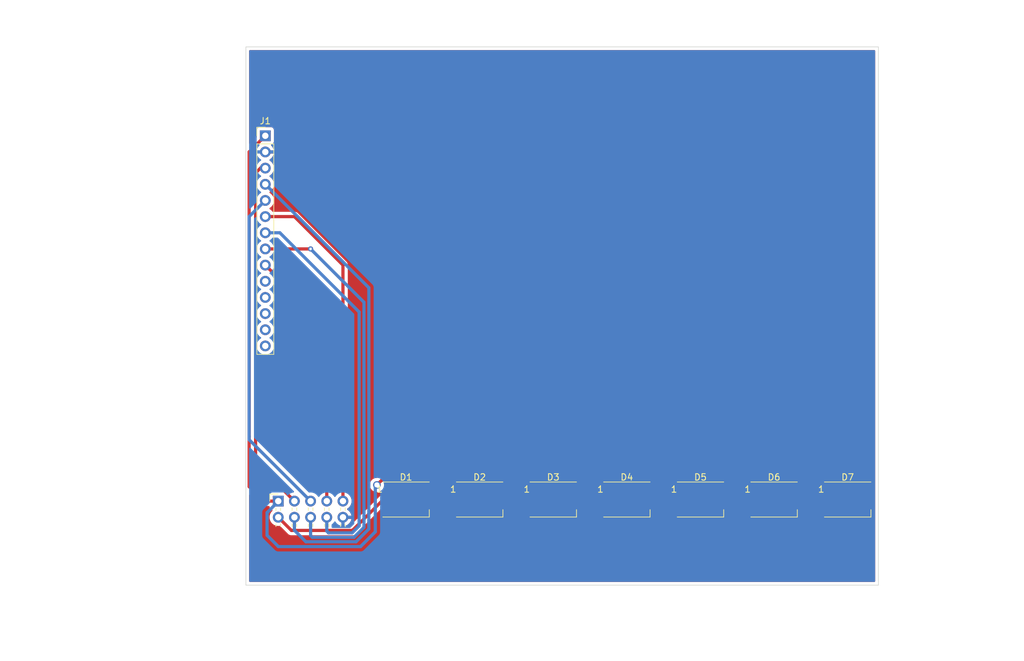
<source format=kicad_pcb>
(kicad_pcb (version 20211014) (generator pcbnew)
  (layers (0 "F.Cu" signal) (31 "B.Cu" signal) (34 "B.Paste" user) (35 "F.Paste" user) (36 "B.SilkS" user "B.Silkscreen") (37 "F.SilkS" user "F.Silkscreen") (38 "B.Mask" user) (39 "F.Mask" user) (44 "Edge.Cuts" user))
  (net 0 "")
  (net 1 "+5V")
  (net 2 "Net-(D1-Pad2)")
  (net 3 "GND")
  (net 4 "N_in")
  (net 5 "Net-(D2-Pad2)")
  (net 6 "Net-(D3-Pad2)")
  (net 7 "Net-(D4-Pad2)")
  (net 8 "Net-(D5-Pad2)")
  (net 9 "Net-(D6-Pad2)")
  (net 10 "N_out")
  (net 11 "CS")
  (net 12 "RESET")
  (net 13 "DC{slash}RS")
  (net 14 "MOSI")
  (net 15 "SCK")
  (net 16 "LED_back")
  (net 17 "MISO")
  (footprint "LED_SMD:LED_WS2812B_PLCC4_5.0x5.0mm_P3.2mm" (layer "F.Cu") (at 176.911 136.652)
    (fp_text reference "D4" (at 0 -3.5) (layer "F.SilkS"))
    (fp_text value "WS2812B")
    (fp_text user "1" (at -4.15 -1.6) (layer "F.SilkS"))
    (fp_line (start 3.65 2.75) (end 3.65 1.6) (layer "F.SilkS") (width 0.12))
    (fp_line (start -3.65 2.75) (end 3.65 2.75) (layer "F.SilkS") (width 0.12))
    (fp_line (start -3.65 -2.75) (end 3.65 -2.75) (layer "F.SilkS") (width 0.12))
    (pad "1" smd rect (at -2.45 -1.6) (size 1.5 1) (layers "F.Cu" "F.Paste" "F.Mask") (net 1 "+5V"))
    (pad "2" smd rect (at -2.45 1.6) (size 1.5 1) (layers "F.Cu" "F.Paste" "F.Mask") (net 7 "Net-(D4-Pad2)"))
    (pad "3" smd rect (at 2.45 1.6) (size 1.5 1) (layers "F.Cu" "F.Paste" "F.Mask") (net 3 "GND"))
    (pad "4" smd rect (at 2.45 -1.6) (size 1.5 1) (layers "F.Cu" "F.Paste" "F.Mask") (net 6 "Net-(D3-Pad2)"))
  )
  (footprint "Connector_PinHeader_2.54mm:PinHeader_1x14_P2.54mm_Vertical" (layer "F.Cu") (at 120.142 79.502)
    (fp_text reference "J1" (at 0 -2.33) (layer "F.SilkS"))
    (fp_text value "Conn_01x14_Female")
    (fp_line (start 1.33 1.27) (end 1.33 34.35) (layer "F.SilkS") (width 0.12))
    (fp_line (start -1.33 34.35) (end 1.33 34.35) (layer "F.SilkS") (width 0.12))
    (fp_line (start -1.33 1.27) (end 1.33 1.27) (layer "F.SilkS") (width 0.12))
    (fp_line (start -1.33 0) (end -1.33 -1.33) (layer "F.SilkS") (width 0.12))
    (fp_line (start -1.33 -1.33) (end 0 -1.33) (layer "F.SilkS") (width 0.12))
    (fp_line (start -1.33 1.27) (end -1.33 34.35) (layer "F.SilkS") (width 0.12))
    (pad "1" thru_hole rect (at 0 0) (size 1.7 1.7) (drill 1) (layers *.Cu *.Mask) (net 1 "+5V"))
    (pad "2" thru_hole oval (at 0 2.54) (size 1.7 1.7) (drill 1) (layers *.Cu *.Mask) (net 3 "GND"))
    (pad "3" thru_hole oval (at 0 5.08) (size 1.7 1.7) (drill 1) (layers *.Cu *.Mask) (net 11 "CS"))
    (pad "4" thru_hole oval (at 0 7.62) (size 1.7 1.7) (drill 1) (layers *.Cu *.Mask) (net 12 "RESET"))
    (pad "5" thru_hole oval (at 0 10.16) (size 1.7 1.7) (drill 1) (layers *.Cu *.Mask) (net 13 "DC{slash}RS"))
    (pad "6" thru_hole oval (at 0 12.7) (size 1.7 1.7) (drill 1) (layers *.Cu *.Mask) (net 14 "MOSI"))
    (pad "7" thru_hole oval (at 0 15.24) (size 1.7 1.7) (drill 1) (layers *.Cu *.Mask) (net 15 "SCK"))
    (pad "8" thru_hole oval (at 0 17.78) (size 1.7 1.7) (drill 1) (layers *.Cu *.Mask) (net 16 "LED_back"))
    (pad "9" thru_hole oval (at 0 20.32) (size 1.7 1.7) (drill 1) (layers *.Cu *.Mask) (net 17 "MISO"))
    (pad "10" thru_hole oval (at 0 22.86) (size 1.7 1.7) (drill 1) (layers *.Cu *.Mask))
    (pad "11" thru_hole oval (at 0 25.4) (size 1.7 1.7) (drill 1) (layers *.Cu *.Mask))
    (pad "12" thru_hole oval (at 0 27.94) (size 1.7 1.7) (drill 1) (layers *.Cu *.Mask))
    (pad "13" thru_hole oval (at 0 30.48) (size 1.7 1.7) (drill 1) (layers *.Cu *.Mask))
    (pad "14" thru_hole oval (at 0 33.02) (size 1.7 1.7) (drill 1) (layers *.Cu *.Mask))
  )
  (footprint "Connector_PinSocket_2.54mm:PinSocket_2x05_P2.54mm_Horizontal" (layer "F.Cu") (at 122.174 136.906 90)
    (fp_text reference "J2" hide)
    (fp_text value "Conn_02x05_IDC")
    (fp_line (start -4 -0.36) (end -3.59 -0.36) (layer "F.SilkS") (width 0.12))
    (fp_line (start 1.11 -1.33) (end 1.11 0) (layer "F.SilkS") (width 0.12))
    (fp_line (start -1.49 4.72) (end -1.05 4.72) (layer "F.SilkS") (width 0.12))
    (fp_line (start -4 0.36) (end -3.59 0.36) (layer "F.SilkS") (width 0.12))
    (fp_line (start -1.49 2.18) (end -1.05 2.18) (layer "F.SilkS") (width 0.12))
    (fp_line (start -4 7.98) (end -3.59 7.98) (layer "F.SilkS") (width 0.12))
    (fp_line (start 0 -1.33) (end 1.11 -1.33) (layer "F.SilkS") (width 0.12))
    (fp_line (start -4 7.26) (end -3.59 7.26) (layer "F.SilkS") (width 0.12))
    (fp_line (start -4 2.18) (end -3.59 2.18) (layer "F.SilkS") (width 0.12))
    (fp_line (start -1.49 7.98) (end -1.05 7.98) (layer "F.SilkS") (width 0.12))
    (fp_line (start -1.49 -0.36) (end -1.11 -0.36) (layer "F.SilkS") (width 0.12))
    (fp_line (start -1.49 10.52) (end -1.05 10.52) (layer "F.SilkS") (width 0.12))
    (fp_line (start -4 10.52) (end -3.59 10.52) (layer "F.SilkS") (width 0.12))
    (fp_line (start -1.49 0.36) (end -1.11 0.36) (layer "F.SilkS") (width 0.12))
    (fp_line (start -4 4.72) (end -3.59 4.72) (layer "F.SilkS") (width 0.12))
    (fp_line (start -4 5.44) (end -3.59 5.44) (layer "F.SilkS") (width 0.12))
    (fp_line (start -1.49 5.44) (end -1.05 5.44) (layer "F.SilkS") (width 0.12))
    (fp_line (start -4 9.8) (end -3.59 9.8) (layer "F.SilkS") (width 0.12))
    (fp_line (start -4 2.9) (end -3.59 2.9) (layer "F.SilkS") (width 0.12))
    (fp_line (start -1.49 2.9) (end -1.05 2.9) (layer "F.SilkS") (width 0.12))
    (fp_line (start -1.49 9.8) (end -1.05 9.8) (layer "F.SilkS") (width 0.12))
    (fp_line (start -1.49 7.26) (end -1.05 7.26) (layer "F.SilkS") (width 0.12))
    (pad "1" thru_hole rect (at 0 0 90) (size 1.7 1.7) (drill 1) (layers *.Cu *.Mask) (net 1 "+5V"))
    (pad "2" thru_hole oval (at -2.54 0 90) (size 1.7 1.7) (drill 1) (layers *.Cu *.Mask) (net 4 "N_in"))
    (pad "3" thru_hole oval (at 0 2.54 90) (size 1.7 1.7) (drill 1) (layers *.Cu *.Mask) (net 11 "CS"))
    (pad "4" thru_hole oval (at -2.54 2.54 90) (size 1.7 1.7) (drill 1) (layers *.Cu *.Mask) (net 12 "RESET"))
    (pad "5" thru_hole oval (at 0 5.08 90) (size 1.7 1.7) (drill 1) (layers *.Cu *.Mask) (net 13 "DC{slash}RS"))
    (pad "6" thru_hole oval (at -2.54 5.08 90) (size 1.7 1.7) (drill 1) (layers *.Cu *.Mask) (net 16 "LED_back"))
    (pad "7" thru_hole oval (at 0 7.62 90) (size 1.7 1.7) (drill 1) (layers *.Cu *.Mask) (net 17 "MISO"))
    (pad "8" thru_hole oval (at -2.54 7.62 90) (size 1.7 1.7) (drill 1) (layers *.Cu *.Mask) (net 15 "SCK"))
    (pad "9" thru_hole oval (at 0 10.16 90) (size 1.7 1.7) (drill 1) (layers *.Cu *.Mask) (net 14 "MOSI"))
    (pad "10" thru_hole oval (at -2.54 10.16 90) (size 1.7 1.7) (drill 1) (layers *.Cu *.Mask) (net 3 "GND"))
  )
  (footprint "LED_SMD:LED_WS2812B_PLCC4_5.0x5.0mm_P3.2mm" (layer "F.Cu") (at 165.354 136.652)
    (fp_text reference "D3" (at 0 -3.5) (layer "F.SilkS"))
    (fp_text value "WS2812B")
    (fp_text user "1" (at -4.15 -1.6) (layer "F.SilkS"))
    (fp_line (start -3.65 2.75) (end 3.65 2.75) (layer "F.SilkS") (width 0.12))
    (fp_line (start -3.65 -2.75) (end 3.65 -2.75) (layer "F.SilkS") (width 0.12))
    (fp_line (start 3.65 2.75) (end 3.65 1.6) (layer "F.SilkS") (width 0.12))
    (pad "1" smd rect (at -2.45 -1.6) (size 1.5 1) (layers "F.Cu" "F.Paste" "F.Mask") (net 1 "+5V"))
    (pad "2" smd rect (at -2.45 1.6) (size 1.5 1) (layers "F.Cu" "F.Paste" "F.Mask") (net 6 "Net-(D3-Pad2)"))
    (pad "3" smd rect (at 2.45 1.6) (size 1.5 1) (layers "F.Cu" "F.Paste" "F.Mask") (net 3 "GND"))
    (pad "4" smd rect (at 2.45 -1.6) (size 1.5 1) (layers "F.Cu" "F.Paste" "F.Mask") (net 5 "Net-(D2-Pad2)"))
  )
  (footprint "LED_SMD:LED_WS2812B_PLCC4_5.0x5.0mm_P3.2mm" (layer "F.Cu") (at 200.025 136.652)
    (fp_text reference "D6" (at 0 -3.5) (layer "F.SilkS"))
    (fp_text value "WS2812B")
    (fp_text user "1" (at -4.15 -1.6) (layer "F.SilkS"))
    (fp_line (start -3.65 2.75) (end 3.65 2.75) (layer "F.SilkS") (width 0.12))
    (fp_line (start -3.65 -2.75) (end 3.65 -2.75) (layer "F.SilkS") (width 0.12))
    (fp_line (start 3.65 2.75) (end 3.65 1.6) (layer "F.SilkS") (width 0.12))
    (pad "1" smd rect (at -2.45 -1.6) (size 1.5 1) (layers "F.Cu" "F.Paste" "F.Mask") (net 1 "+5V"))
    (pad "2" smd rect (at -2.45 1.6) (size 1.5 1) (layers "F.Cu" "F.Paste" "F.Mask") (net 9 "Net-(D6-Pad2)"))
    (pad "3" smd rect (at 2.45 1.6) (size 1.5 1) (layers "F.Cu" "F.Paste" "F.Mask") (net 3 "GND"))
    (pad "4" smd rect (at 2.45 -1.6) (size 1.5 1) (layers "F.Cu" "F.Paste" "F.Mask") (net 8 "Net-(D5-Pad2)"))
  )
  (footprint "LED_SMD:LED_WS2812B_PLCC4_5.0x5.0mm_P3.2mm" (layer "F.Cu") (at 153.797 136.652)
    (fp_text reference "D2" (at 0 -3.5) (layer "F.SilkS"))
    (fp_text value "WS2812B")
    (fp_text user "1" (at -4.15 -1.6) (layer "F.SilkS"))
    (fp_line (start -3.65 -2.75) (end 3.65 -2.75) (layer "F.SilkS") (width 0.12))
    (fp_line (start -3.65 2.75) (end 3.65 2.75) (layer "F.SilkS") (width 0.12))
    (fp_line (start 3.65 2.75) (end 3.65 1.6) (layer "F.SilkS") (width 0.12))
    (pad "1" smd rect (at -2.45 -1.6) (size 1.5 1) (layers "F.Cu" "F.Paste" "F.Mask") (net 1 "+5V"))
    (pad "2" smd rect (at -2.45 1.6) (size 1.5 1) (layers "F.Cu" "F.Paste" "F.Mask") (net 5 "Net-(D2-Pad2)"))
    (pad "3" smd rect (at 2.45 1.6) (size 1.5 1) (layers "F.Cu" "F.Paste" "F.Mask") (net 3 "GND"))
    (pad "4" smd rect (at 2.45 -1.6) (size 1.5 1) (layers "F.Cu" "F.Paste" "F.Mask") (net 2 "Net-(D1-Pad2)"))
  )
  (footprint "LED_SMD:LED_WS2812B_PLCC4_5.0x5.0mm_P3.2mm" (layer "F.Cu") (at 142.24 136.652)
    (fp_text reference "D1" (at 0 -3.5) (layer "F.SilkS"))
    (fp_text value "WS2812B")
    (fp_text user "1" (at -4.15 -1.6) (layer "F.SilkS"))
    (fp_line (start -3.65 -2.75) (end 3.65 -2.75) (layer "F.SilkS") (width 0.12))
    (fp_line (start 3.65 2.75) (end 3.65 1.6) (layer "F.SilkS") (width 0.12))
    (fp_line (start -3.65 2.75) (end 3.65 2.75) (layer "F.SilkS") (width 0.12))
    (pad "1" smd rect (at -2.45 -1.6) (size 1.5 1) (layers "F.Cu" "F.Paste" "F.Mask") (net 1 "+5V"))
    (pad "2" smd rect (at -2.45 1.6) (size 1.5 1) (layers "F.Cu" "F.Paste" "F.Mask") (net 2 "Net-(D1-Pad2)"))
    (pad "3" smd rect (at 2.45 1.6) (size 1.5 1) (layers "F.Cu" "F.Paste" "F.Mask") (net 3 "GND"))
    (pad "4" smd rect (at 2.45 -1.6) (size 1.5 1) (layers "F.Cu" "F.Paste" "F.Mask") (net 4 "N_in"))
  )
  (footprint "LED_SMD:LED_WS2812B_PLCC4_5.0x5.0mm_P3.2mm" (layer "F.Cu") (at 188.468 136.652)
    (fp_text reference "D5" (at 0 -3.5) (layer "F.SilkS"))
    (fp_text value "WS2812B")
    (fp_text user "1" (at -4.15 -1.6) (layer "F.SilkS"))
    (fp_line (start -3.65 2.75) (end 3.65 2.75) (layer "F.SilkS") (width 0.12))
    (fp_line (start 3.65 2.75) (end 3.65 1.6) (layer "F.SilkS") (width 0.12))
    (fp_line (start -3.65 -2.75) (end 3.65 -2.75) (layer "F.SilkS") (width 0.12))
    (pad "1" smd rect (at -2.45 -1.6) (size 1.5 1) (layers "F.Cu" "F.Paste" "F.Mask") (net 1 "+5V"))
    (pad "2" smd rect (at -2.45 1.6) (size 1.5 1) (layers "F.Cu" "F.Paste" "F.Mask") (net 8 "Net-(D5-Pad2)"))
    (pad "3" smd rect (at 2.45 1.6) (size 1.5 1) (layers "F.Cu" "F.Paste" "F.Mask") (net 3 "GND"))
    (pad "4" smd rect (at 2.45 -1.6) (size 1.5 1) (layers "F.Cu" "F.Paste" "F.Mask") (net 7 "Net-(D4-Pad2)"))
  )
  (footprint "LED_SMD:LED_WS2812B_PLCC4_5.0x5.0mm_P3.2mm" (layer "F.Cu") (at 211.582 136.652)
    (fp_text reference "D7" (at 0 -3.5) (layer "F.SilkS"))
    (fp_text value "WS2812B")
    (fp_text user "1" (at -4.15 -1.6) (layer "F.SilkS"))
    (fp_line (start -3.65 -2.75) (end 3.65 -2.75) (layer "F.SilkS") (width 0.12))
    (fp_line (start 3.65 2.75) (end 3.65 1.6) (layer "F.SilkS") (width 0.12))
    (fp_line (start -3.65 2.75) (end 3.65 2.75) (layer "F.SilkS") (width 0.12))
    (pad "1" smd rect (at -2.45 -1.6) (size 1.5 1) (layers "F.Cu" "F.Paste" "F.Mask") (net 1 "+5V"))
    (pad "2" smd rect (at -2.45 1.6) (size 1.5 1) (layers "F.Cu" "F.Paste" "F.Mask") (net 10 "N_out"))
    (pad "3" smd rect (at 2.45 1.6) (size 1.5 1) (layers "F.Cu" "F.Paste" "F.Mask") (net 3 "GND"))
    (pad "4" smd rect (at 2.45 -1.6) (size 1.5 1) (layers "F.Cu" "F.Paste" "F.Mask") (net 9 "Net-(D6-Pad2)"))
  )
  (gr_rect (start 117.094 150.114) (end 216.408 65.532) (layer "Edge.Cuts") (width 0.1) (fill none))
  (segment (start 139.79 133.948) (end 139.446 133.604) (width 0.5) (layer "F.Cu") (net 1))
  (segment (start 197.575 135.052) (end 197.575 134.329) (width 0.5) (layer "F.Cu") (net 1))
  (segment (start 162.052 133.604) (end 171.45 133.604) (width 0.5) (layer "F.Cu") (net 1))
  (segment (start 171.45 133.604) (end 172.974 133.604) (width 0.5) (layer "F.Cu") (net 1))
  (segment (start 150.876 133.604) (end 139.446 133.604) (width 0.5) (layer "F.Cu") (net 1))
  (segment (start 174.461 135.052) (end 174.461 134.329) (width 0.5) (layer "F.Cu") (net 1))
  (segment (start 117.602 82.042) (end 120.142 79.502) (width 0.5) (layer "F.Cu") (net 1))
  (segment (start 162.306 133.604) (end 162.052 133.604) (width 0.5) (layer "F.Cu") (net 1))
  (segment (start 185.166 133.604) (end 196.088 133.604) (width 0.5) (layer "F.Cu") (net 1))
  (segment (start 186.018 135.052) (end 186.018 134.456) (width 0.5) (layer "F.Cu") (net 1))
  (segment (start 159.766 133.604) (end 162.052 133.604) (width 0.5) (layer "F.Cu") (net 1))
  (segment (start 139.79 135.052) (end 139.79 133.948) (width 0.5) (layer "F.Cu") (net 1))
  (segment (start 122.174 136.906) (end 119.888 136.906) (width 0.5) (layer "F.Cu") (net 1))
  (segment (start 172.974 133.604) (end 183.642 133.604) (width 0.5) (layer "F.Cu") (net 1))
  (segment (start 150.876 133.604) (end 159.766 133.604) (width 0.5) (layer "F.Cu") (net 1))
  (segment (start 174.461 134.329) (end 173.736 133.604) (width 0.5) (layer "F.Cu") (net 1))
  (segment (start 196.85 133.604) (end 208.026 133.604) (width 0.5) (layer "F.Cu") (net 1))
  (segment (start 117.602 134.62) (end 117.602 82.042) (width 0.5) (layer "F.Cu") (net 1))
  (segment (start 151.347 135.052) (end 151.347 134.075) (width 0.5) (layer "F.Cu") (net 1))
  (segment (start 151.347 134.075) (end 150.876 133.604) (width 0.5) (layer "F.Cu") (net 1))
  (segment (start 173.736 133.604) (end 172.974 133.604) (width 0.5) (layer "F.Cu") (net 1))
  (segment (start 186.018 134.456) (end 185.166 133.604) (width 0.5) (layer "F.Cu") (net 1))
  (segment (start 119.888 136.906) (end 117.602 134.62) (width 0.5) (layer "F.Cu") (net 1))
  (segment (start 138.43 133.604) (end 139.446 133.604) (width 0.5) (layer "F.Cu") (net 1))
  (segment (start 183.642 133.604) (end 185.166 133.604) (width 0.5) (layer "F.Cu") (net 1))
  (segment (start 209.132 135.052) (end 209.132 134.71) (width 0.5) (layer "F.Cu") (net 1))
  (segment (start 196.088 133.604) (end 196.85 133.604) (width 0.5) (layer "F.Cu") (net 1))
  (segment (start 162.904 135.052) (end 162.904 134.202) (width 0.5) (layer "F.Cu") (net 1))
  (segment (start 209.132 134.71) (end 208.026 133.604) (width 0.5) (layer "F.Cu") (net 1))
  (segment (start 137.668 134.366) (end 138.43 133.604) (width 0.5) (layer "F.Cu") (net 1))
  (segment (start 197.575 134.329) (end 196.85 133.604) (width 0.5) (layer "F.Cu") (net 1))
  (segment (start 162.904 134.202) (end 162.306 133.604) (width 0.5) (layer "F.Cu") (net 1))
  (via (at 137.668 134.366) (size 1.2) (drill 0.8) (layers "F.Cu" "B.Cu") (net 1))
  (segment (start 135.091 144.055) (end 137.414 141.732) (width 0.5) (layer "B.Cu") (net 1))
  (segment (start 137.414 134.62) (end 137.668 134.366) (width 0.5) (layer "B.Cu") (net 1))
  (segment (start 122.194 144.055) (end 135.091 144.055) (width 0.5) (layer "B.Cu") (net 1))
  (segment (start 122.174 136.906) (end 122.174 136.963) (width 0.5) (layer "B.Cu") (net 1))
  (segment (start 122.174 136.963) (end 120.416 138.721) (width 0.5) (layer "B.Cu") (net 1))
  (segment (start 137.414 141.732) (end 137.414 134.62) (width 0.5) (layer "B.Cu") (net 1))
  (segment (start 120.416 138.721) (end 120.416 142.277) (width 0.5) (layer "B.Cu") (net 1))
  (segment (start 120.416 142.277) (end 122.194 144.055) (width 0.5) (layer "B.Cu") (net 1))
  (segment (start 154.139 137.16) (end 156.247 135.052) (width 0.5) (layer "F.Cu") (net 2))
  (segment (start 139.79 138.252) (end 140.882 137.16) (width 0.5) (layer "F.Cu") (net 2))
  (segment (start 140.882 137.16) (end 154.139 137.16) (width 0.5) (layer "F.Cu") (net 2))
  (segment (start 133.926 141.41) (end 138.938 136.398) (width 0.5) (layer "F.Cu") (net 4))
  (segment (start 138.938 136.398) (end 143.344 136.398) (width 0.5) (layer "F.Cu") (net 4))
  (segment (start 133.926 141.515) (end 133.926 141.41) (width 0.5) (layer "F.Cu") (net 4))
  (segment (start 143.344 136.398) (end 144.69 135.052) (width 0.5) (layer "F.Cu") (net 4))
  (segment (start 124.243 141.515) (end 133.926 141.515) (width 0.5) (layer "F.Cu") (net 4))
  (segment (start 122.174 139.446) (end 124.243 141.515) (width 0.5) (layer "F.Cu") (net 4))
  (segment (start 156.205 136.144) (end 166.712 136.144) (width 0.5) (layer "F.Cu") (net 5))
  (segment (start 154.097 138.252) (end 156.205 136.144) (width 0.5) (layer "F.Cu") (net 5))
  (segment (start 151.347 138.252) (end 154.097 138.252) (width 0.5) (layer "F.Cu") (net 5))
  (segment (start 166.712 136.144) (end 167.804 135.052) (width 0.5) (layer "F.Cu") (net 5))
  (segment (start 162.904 138.252) (end 164.25 136.906) (width 0.5) (layer "F.Cu") (net 6))
  (segment (start 164.25 136.906) (end 177.507 136.906) (width 0.5) (layer "F.Cu") (net 6))
  (segment (start 177.507 136.906) (end 179.361 135.052) (width 0.5) (layer "F.Cu") (net 6))
  (segment (start 190.918 135.052) (end 190.918 135.218) (width 0.5) (layer "F.Cu") (net 7))
  (segment (start 177.211 138.252) (end 179.319 136.144) (width 0.5) (layer "F.Cu") (net 7))
  (segment (start 174.461 138.252) (end 177.211 138.252) (width 0.5) (layer "F.Cu") (net 7))
  (segment (start 190.918 135.218) (end 189.992 136.144) (width 0.5) (layer "F.Cu") (net 7))
  (segment (start 179.319 136.144) (end 189.992 136.144) (width 0.5) (layer "F.Cu") (net 7))
  (segment (start 187.376 138.252) (end 188.722 136.906) (width 0.5) (layer "F.Cu") (net 8))
  (segment (start 186.018 138.252) (end 187.376 138.252) (width 0.5) (layer "F.Cu") (net 8))
  (segment (start 188.722 136.906) (end 200.621 136.906) (width 0.5) (layer "F.Cu") (net 8))
  (segment (start 200.621 136.906) (end 202.475 135.052) (width 0.5) (layer "F.Cu") (net 8))
  (segment (start 197.575 138.252) (end 200.325 138.252) (width 0.5) (layer "F.Cu") (net 9))
  (segment (start 201.925 136.652) (end 212.432 136.652) (width 0.5) (layer "F.Cu") (net 9))
  (segment (start 212.432 136.652) (end 214.032 135.052) (width 0.5) (layer "F.Cu") (net 9))
  (segment (start 200.325 138.252) (end 201.925 136.652) (width 0.5) (layer "F.Cu") (net 9))
  (segment (start 118.635 130.048) (end 118.635 130.827) (width 0.5) (layer "F.Cu") (net 11))
  (segment (start 119.38 84.582) (end 118.618 85.344) (width 0.5) (layer "F.Cu") (net 11))
  (segment (start 118.618 130.031) (end 118.635 130.048) (width 0.5) (layer "F.Cu") (net 11))
  (segment (start 120.142 84.582) (end 119.38 84.582) (width 0.5) (layer "F.Cu") (net 11))
  (segment (start 118.618 85.344) (end 118.618 130.031) (width 0.5) (layer "F.Cu") (net 11))
  (segment (start 118.635 130.827) (end 124.714 136.906) (width 0.5) (layer "F.Cu") (net 11))
  (segment (start 126.512 143.293) (end 134.386 143.293) (width 0.5) (layer "B.Cu") (net 12))
  (segment (start 124.714 139.446) (end 124.714 141.495) (width 0.5) (layer "B.Cu") (net 12))
  (segment (start 134.386 143.293) (end 136.398 141.281) (width 0.5) (layer "B.Cu") (net 12))
  (segment (start 124.714 141.495) (end 126.512 143.293) (width 0.5) (layer "B.Cu") (net 12))
  (segment (start 136.398 141.281) (end 136.398 103.378) (width 0.5) (layer "B.Cu") (net 12))
  (segment (start 136.398 103.378) (end 120.142 87.122) (width 0.5) (layer "B.Cu") (net 12))
  (segment (start 127.254 136.906) (end 117.602 127.254) (width 0.5) (layer "B.Cu") (net 13))
  (segment (start 117.602 127.254) (end 117.602 126.746) (width 0.5) (layer "B.Cu") (net 13))
  (segment (start 117.602 92.202) (end 120.142 89.662) (width 0.5) (layer "B.Cu") (net 13))
  (segment (start 117.602 126.746) (end 117.602 92.202) (width 0.5) (layer "B.Cu") (net 13))
  (segment (start 132.334 99.822) (end 132.334 136.906) (width 0.5) (layer "F.Cu") (net 14))
  (segment (start 120.142 92.202) (end 124.714 92.202) (width 0.5) (layer "F.Cu") (net 14))
  (segment (start 124.714 92.202) (end 132.334 99.822) (width 0.5) (layer "F.Cu") (net 14))
  (segment (start 129.794 141.619) (end 129.794 139.446) (width 0.5) (layer "B.Cu") (net 15))
  (segment (start 134.874 107.188) (end 134.874 140.79905) (width 0.5) (layer "B.Cu") (net 15))
  (segment (start 134.874 140.79905) (end 133.78005 141.893) (width 0.5) (layer "B.Cu") (net 15))
  (segment (start 130.068 141.893) (end 129.794 141.619) (width 0.5) (layer "B.Cu") (net 15))
  (segment (start 122.428 94.742) (end 134.874 107.188) (width 0.5) (layer "B.Cu") (net 15))
  (segment (start 120.142 94.742) (end 122.428 94.742) (width 0.5) (layer "B.Cu") (net 15))
  (segment (start 133.78005 141.893) (end 130.068 141.893) (width 0.5) (layer "B.Cu") (net 15))
  (segment (start 127.254 97.282) (end 120.142 97.282) (width 0.5) (layer "F.Cu") (net 16))
  (via (at 127.254 97.282) (size 0.8) (drill 0.4) (layers "F.Cu" "B.Cu") (net 16))
  (segment (start 134.07 142.593) (end 127.528 142.593) (width 0.5) (layer "B.Cu") (net 16))
  (segment (start 135.636 105.664) (end 135.636 141.027) (width 0.5) (layer "B.Cu") (net 16))
  (segment (start 127.254 97.282) (end 135.636 105.664) (width 0.5) (layer "B.Cu") (net 16))
  (segment (start 127.528 142.593) (end 127.254 142.319) (width 0.5) (layer "B.Cu") (net 16))
  (segment (start 127.254 142.319) (end 127.254 139.446) (width 0.5) (layer "B.Cu") (net 16))
  (segment (start 135.636 141.027) (end 134.07 142.593) (width 0.5) (layer "B.Cu") (net 16))
  (segment (start 129.794 109.474) (end 129.794 136.906) (width 0.5) (layer "F.Cu") (net 17))
  (segment (start 120.142 99.822) (end 129.794 109.474) (width 0.5) (layer "F.Cu") (net 17))
  (zone (net 3) (net_name "GND") (layers F&B.Cu) (connect_pads (clearance 0.508)) (min_thickness 0.254) (fill yes (thermal_gap 0.508) (thermal_bridge_width 0.508))
    (polygon (pts (xy 233.934 162.052) (xy 94.742 156.972) (xy 78.486 132.588) (xy 107.188 58.166) (xy 239.268 58.166)))
  )
)
</source>
